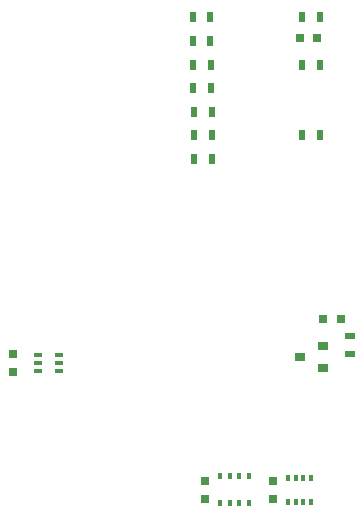
<source format=gbr>
G04 #@! TF.GenerationSoftware,KiCad,Pcbnew,6.0.0-rc1-unknown-59b0f55~66~ubuntu18.04.1*
G04 #@! TF.CreationDate,2018-12-02T19:59:02+01:00
G04 #@! TF.ProjectId,RoomUnit,526f6f6d-556e-4697-942e-6b696361645f,rev?*
G04 #@! TF.SameCoordinates,Original*
G04 #@! TF.FileFunction,Paste,Top*
G04 #@! TF.FilePolarity,Positive*
%FSLAX46Y46*%
G04 Gerber Fmt 4.6, Leading zero omitted, Abs format (unit mm)*
G04 Created by KiCad (PCBNEW 6.0.0-rc1-unknown-59b0f55~66~ubuntu18.04.1) date So 02 Dez 2018 19:59:02 CET*
%MOMM*%
%LPD*%
G01*
G04 APERTURE LIST*
%ADD10R,0.500000X0.900000*%
%ADD11R,0.800000X0.750000*%
%ADD12R,0.350000X0.500000*%
%ADD13R,0.400000X0.550000*%
%ADD14R,0.650000X0.300000*%
%ADD15R,0.900000X0.500000*%
%ADD16R,0.900000X0.800000*%
%ADD17R,0.750000X0.800000*%
G04 APERTURE END LIST*
D10*
G04 #@! TO.C,R16*
X144450000Y-84000000D03*
X145950000Y-84000000D03*
G04 #@! TD*
G04 #@! TO.C,R15*
X144450000Y-82000000D03*
X145950000Y-82000000D03*
G04 #@! TD*
G04 #@! TO.C,R14*
X146000000Y-86000000D03*
X144500000Y-86000000D03*
G04 #@! TD*
G04 #@! TO.C,R13*
X144500000Y-88000000D03*
X146000000Y-88000000D03*
G04 #@! TD*
D11*
G04 #@! TO.C,C11*
X155500000Y-107500000D03*
X157000000Y-107500000D03*
G04 #@! TD*
D12*
G04 #@! TO.C,U7*
X154475000Y-120975000D03*
X153825000Y-120975000D03*
X153175000Y-120975000D03*
X152525000Y-120975000D03*
X152525000Y-123025000D03*
X153175000Y-123025000D03*
X153825000Y-123025000D03*
X154475000Y-123025000D03*
G04 #@! TD*
D13*
G04 #@! TO.C,U6*
X146800000Y-123150000D03*
X147600000Y-123150000D03*
X148400000Y-123150000D03*
X149200000Y-123150000D03*
X149200000Y-120850000D03*
X148400000Y-120850000D03*
X147600000Y-120850000D03*
X146800000Y-120850000D03*
G04 #@! TD*
D14*
G04 #@! TO.C,U5*
X131350000Y-110600000D03*
X131350000Y-111250000D03*
X131350000Y-111900000D03*
X133150000Y-111900000D03*
X133150000Y-111250000D03*
X133150000Y-110600000D03*
G04 #@! TD*
D15*
G04 #@! TO.C,R12*
X157750000Y-109000000D03*
X157750000Y-110500000D03*
G04 #@! TD*
D10*
G04 #@! TO.C,R9*
X144550000Y-92000000D03*
X146050000Y-92000000D03*
G04 #@! TD*
G04 #@! TO.C,R8*
X144550000Y-90000000D03*
X146050000Y-90000000D03*
G04 #@! TD*
G04 #@! TO.C,R7*
X155250000Y-86000000D03*
X153750000Y-86000000D03*
G04 #@! TD*
G04 #@! TO.C,R6*
X144550000Y-94000000D03*
X146050000Y-94000000D03*
G04 #@! TD*
G04 #@! TO.C,R5*
X155250000Y-82000000D03*
X153750000Y-82000000D03*
G04 #@! TD*
G04 #@! TO.C,R3*
X153750000Y-92000000D03*
X155250000Y-92000000D03*
G04 #@! TD*
D16*
G04 #@! TO.C,Q1*
X155500000Y-111700000D03*
X155500000Y-109800000D03*
X153500000Y-110750000D03*
G04 #@! TD*
D17*
G04 #@! TO.C,C10*
X151250000Y-121250000D03*
X151250000Y-122750000D03*
G04 #@! TD*
G04 #@! TO.C,C9*
X145500000Y-121250000D03*
X145500000Y-122750000D03*
G04 #@! TD*
G04 #@! TO.C,C8*
X129250000Y-112000000D03*
X129250000Y-110500000D03*
G04 #@! TD*
D11*
G04 #@! TO.C,C2*
X155000000Y-83750000D03*
X153500000Y-83750000D03*
G04 #@! TD*
M02*

</source>
